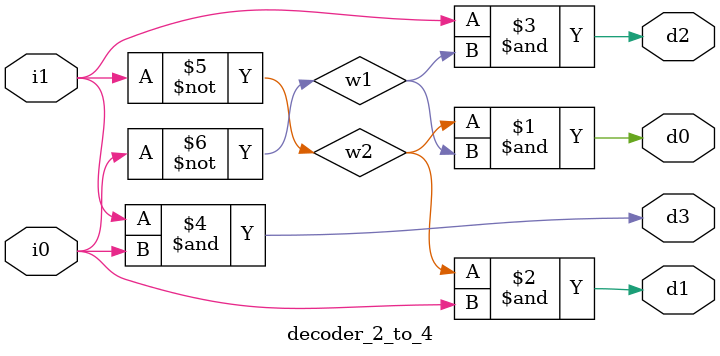
<source format=v>
`timescale 1ns / 1ps


module decoder_2_to_4(output d3,d2,d1,d0,input i1,i0);
    wire w1,w2;
    not N2(w2,i1);
    not N1(w1,i0);
    and A1(d0,w2,w1);
    and A2(d1,w2,i0);
    and A3(d2,i1,w1);
    and A4(d3,i1,i0);
endmodule

</source>
